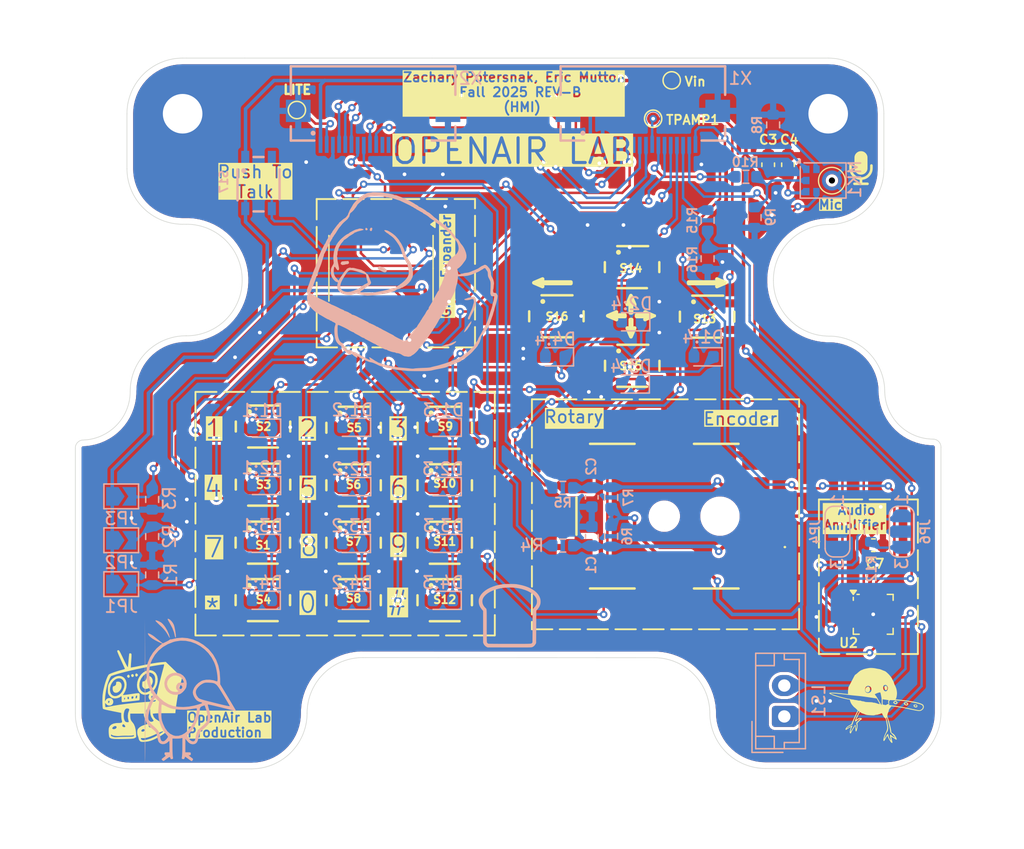
<source format=kicad_pcb>
(kicad_pcb
	(version 20241229)
	(generator "pcbnew")
	(generator_version "9.0")
	(general
		(thickness 1.6)
		(legacy_teardrops no)
	)
	(paper "A4")
	(layers
		(0 "F.Cu" signal)
		(2 "B.Cu" signal)
		(9 "F.Adhes" user "F.Adhesive")
		(11 "B.Adhes" user "B.Adhesive")
		(13 "F.Paste" user)
		(15 "B.Paste" user)
		(5 "F.SilkS" user "F.Silkscreen")
		(7 "B.SilkS" user "B.Silkscreen")
		(1 "F.Mask" user)
		(3 "B.Mask" user)
		(17 "Dwgs.User" user "User.Drawings")
		(19 "Cmts.User" user "User.Comments")
		(21 "Eco1.User" user "User.Eco1")
		(23 "Eco2.User" user "User.Eco2")
		(25 "Edge.Cuts" user)
		(27 "Margin" user)
		(31 "F.CrtYd" user "F.Courtyard")
		(29 "B.CrtYd" user "B.Courtyard")
		(35 "F.Fab" user)
		(33 "B.Fab" user)
		(39 "User.1" user)
		(41 "User.2" user)
		(43 "User.3" user)
		(45 "User.4" user)
	)
	(setup
		(stackup
			(layer "F.SilkS"
				(type "Top Silk Screen")
			)
			(layer "F.Paste"
				(type "Top Solder Paste")
			)
			(layer "F.Mask"
				(type "Top Solder Mask")
				(color "Black")
				(thickness 0.01)
			)
			(layer "F.Cu"
				(type "copper")
				(thickness 0.035)
			)
			(layer "dielectric 1"
				(type "core")
				(thickness 1.51)
				(material "FR4")
				(epsilon_r 4.5)
				(loss_tangent 0.02)
			)
			(layer "B.Cu"
				(type "copper")
				(thickness 0.035)
			)
			(layer "B.Mask"
				(type "Bottom Solder Mask")
				(color "Black")
				(thickness 0.01)
			)
			(layer "B.Paste"
				(type "Bottom Solder Paste")
			)
			(layer "B.SilkS"
				(type "Bottom Silk Screen")
			)
			(copper_finish "None")
			(dielectric_constraints no)
		)
		(pad_to_mask_clearance 0)
		(allow_soldermask_bridges_in_footprints no)
		(tenting front back)
		(pcbplotparams
			(layerselection 0x00000000_00000000_55555555_5755f5ff)
			(plot_on_all_layers_selection 0x00000000_00000000_00000000_00000000)
			(disableapertmacros no)
			(usegerberextensions no)
			(usegerberattributes yes)
			(usegerberadvancedattributes yes)
			(creategerberjobfile yes)
			(dashed_line_dash_ratio 12.000000)
			(dashed_line_gap_ratio 3.000000)
			(svgprecision 4)
			(plotframeref no)
			(mode 1)
			(useauxorigin no)
			(hpglpennumber 1)
			(hpglpenspeed 20)
			(hpglpendiameter 15.000000)
			(pdf_front_fp_property_popups yes)
			(pdf_back_fp_property_popups yes)
			(pdf_metadata yes)
			(pdf_single_document no)
			(dxfpolygonmode yes)
			(dxfimperialunits yes)
			(dxfusepcbnewfont yes)
			(psnegative no)
			(psa4output no)
			(plot_black_and_white yes)
			(sketchpadsonfab no)
			(plotpadnumbers no)
			(hidednponfab no)
			(sketchdnponfab yes)
			(crossoutdnponfab yes)
			(subtractmaskfromsilk no)
			(outputformat 1)
			(mirror no)
			(drillshape 1)
			(scaleselection 1)
			(outputdirectory "")
		)
	)
	(net 0 "")
	(net 1 "GND")
	(net 2 "Net-(C1-Pad1)")
	(net 3 "Net-(C2-Pad1)")
	(net 4 "Net-(D1:1-A)")
	(net 5 "Net-(D1:2-A)")
	(net 6 "Net-(D1:3-A)")
	(net 7 "Net-(D1:4-A)")
	(net 8 "Net-(D2:1-A)")
	(net 9 "Net-(D2:2-A)")
	(net 10 "Net-(D2:3-A)")
	(net 11 "Net-(D2:4-A)")
	(net 12 "Net-(D3:1-A)")
	(net 13 "Net-(D3:2-A)")
	(net 14 "Net-(D3:3-A)")
	(net 15 "Net-(D3:4-A)")
	(net 16 "Net-(D4:1-A)")
	(net 17 "Net-(D4:2-A)")
	(net 18 "Net-(D4:3-A)")
	(net 19 "Net-(D4:4-A)")
	(net 20 "unconnected-(IC1-P3-Pad7)")
	(net 21 "unconnected-(IC1-P4-Pad8)")
	(net 22 "/SDA")
	(net 23 "/SCL")
	(net 24 "/TFTDC")
	(net 25 "/TFTRST")
	(net 26 "+3.3V")
	(net 27 "/TFTCS")
	(net 28 "/CARDCS")
	(net 29 "/MISO")
	(net 30 "/SCK")
	(net 31 "/LITE")
	(net 32 "/MOSI")
	(net 33 "/Human-Machine Interface/Keypad/COL1")
	(net 34 "/Human-Machine Interface/Keypad/COL2")
	(net 35 "/Human-Machine Interface/Keypad/COL3")
	(net 36 "/Human-Machine Interface/Keypad/COL4")
	(net 37 "/Human-Machine Interface/Keypad/ROW3")
	(net 38 "/Human-Machine Interface/TFTRST")
	(net 39 "/Human-Machine Interface/ENC_SW")
	(net 40 "/Human-Machine Interface/ENC_CLK")
	(net 41 "/Human-Machine Interface/Keypad/ROW2")
	(net 42 "/Human-Machine Interface/Keypad/ROW1")
	(net 43 "/Human-Machine Interface/Keypad/ROW4")
	(net 44 "/Human-Machine Interface/ENC_DT")
	(net 45 "/Human-Machine Interface/LITE")
	(net 46 "unconnected-(X2-Pad15)")
	(net 47 "unconnected-(X2-Pad14)")
	(net 48 "unconnected-(X2-Pad16)")
	(net 49 "unconnected-(X2-Pad12)")
	(net 50 "unconnected-(X2-Pad11)")
	(net 51 "unconnected-(X2-Pad17)")
	(net 52 "unconnected-(X2-Pad13)")
	(net 53 "unconnected-(X2-Pad18)")
	(net 54 "/Human-Machine Interface/PCF_A2")
	(net 55 "/Human-Machine Interface/PCF_A0")
	(net 56 "/Human-Machine Interface/PCF_A1")
	(net 57 "unconnected-(IC1-P1-Pad5)")
	(net 58 "Net-(JP4-C)")
	(net 59 "/Human-Machine Interface/Audio/~{SD_MODE}")
	(net 60 "/Human-Machine Interface/Audio/GAIN_SLOT")
	(net 61 "Net-(JP6-B)")
	(net 62 "Net-(U2-OUTN)")
	(net 63 "Net-(U2-OUTP)")
	(net 64 "Net-(MK1-LR)")
	(net 65 "Net-(MK1-SD)")
	(net 66 "unconnected-(U2-NC-Pad13)")
	(net 67 "unconnected-(U2-NC-Pad5)")
	(net 68 "unconnected-(U2-NC-Pad12)")
	(net 69 "unconnected-(U2-NC-Pad6)")
	(net 70 "/~{PCF_INT}")
	(net 71 "/Human-Machine Interface/BCLK")
	(net 72 "/Human-Machine Interface/~{PCF_INT}")
	(net 73 "/Human-Machine Interface/LRCLK")
	(net 74 "/Human-Machine Interface/MIC_DOUT")
	(net 75 "/Human-Machine Interface/~{AMP_SD}")
	(net 76 "/Human-Machine Interface/AMP_DIN")
	(net 77 "Net-(IC1-P0)")
	(footprint "capstone-project:434133025816" (layer "F.Cu") (at 77.346515 117.191804))
	(footprint "capstone-project:434133025816" (layer "F.Cu") (at 92.05 117.2))
	(footprint "capstone-project:PEC11J9215FS0015" (layer "F.Cu") (at 109.9 115.05 90))
	(footprint "MountingHole:MountingHole_3.2mm_M3_ISO14580_Pad" (layer "F.Cu") (at 123.150188 82.499792))
	(footprint "Capacitor_SMD:C_0603_1608Metric" (layer "F.Cu") (at 119.9 86.625 90))
	(footprint "capstone-project:434133025816" (layer "F.Cu") (at 113.263525 98.913525))
	(footprint "capstone-project:434133025816" (layer "F.Cu") (at 84.6834 107.9))
	(footprint "capstone-project:434133025816" (layer "F.Cu") (at 101.078012 98.883471))
	(footprint "TestPoint:TestPoint_Pad_D1.0mm" (layer "F.Cu") (at 110.5 79.8))
	(footprint "capstone-project:434133025816" (layer "F.Cu") (at 77.3625 107.8))
	(footprint "LOGO" (layer "F.Cu") (at 67.159616 130.688892))
	(footprint "LOGO" (layer "F.Cu") (at 127 129.9))
	(footprint "capstone-project:434133025816" (layer "F.Cu") (at 92.05 112.55))
	(footprint "Package_DFN_QFN:TQFN-16-1EP_3x3mm_P0.5mm_EP1.23x1.23mm" (layer "F.Cu") (at 126.79 122.99))
	(footprint "Capacitor_SMD:C_0603_1608Metric" (layer "F.Cu") (at 126.8 117.4))
	(footprint "TestPoint:TestPoint_Pad_D1.0mm" (layer "F.Cu") (at 109 82.9))
	(footprint "LOGO" (layer "F.Cu") (at 125.8 86.9))
	(footprint "capstone-project:434133025816" (layer "F.Cu") (at 107.209703 102.886475))
	(footprint "capstone-project:434133025816" (layer "F.Cu") (at 92.05 121.85))
	(footprint "capstone-project:434133025816" (layer "F.Cu") (at 77.3625 112.5))
	(footprint "capstone-project:434133025816" (layer "F.Cu") (at 77.346515 121.841804))
	(footprint "capstone-project:434133025816" (layer "F.Cu") (at 92.05 107.9))
	(footprint "Package_SO:SSOP-24_5.3x8.2mm_P0.65mm"
		(layer "F.Cu")
		(uuid "bf5104ba-2220-4d08-895d-7f05171f725e")
		(at 87 95 -90)
		(descr "SSOP, 24 Pin (JEDEC MO-150 variation AG, 1.75mm body thickness, https://www.jedec.org/document_search?search_api_views_fulltext=MO-150, https://ww1.microchip.com/downloads/en/PackagingSpec/00000049BQ.pdf#page=398, https://www.analog.com/media/en/package-pcb-resources/package/pkg_pdf/ltc-legacy-ssop/ssop_24_05-08-1640.pdf), generated with kicad-footprint-generator ipc_gullwing_generator.py")
		(tags "SSOP SO")
		(property "Reference" "IC1"
			(at 0 -5.05 90)
			(layer "F.SilkS")
			(hide yes)
			(uuid "288e5dfb-3d14-4ed4-86be-a2806373eb59")
			(effects
				(font
					(size 1 1)
					(thickness 0.15)
				)
			)
		)
		(property "Value" "PCF8575PWR"
			(at 0 5.05 90)
			(layer "F.Fab")
			(uuid "a16c793d-3825-445c-9bc8-74cde8942345")
			(effects
				(font
					(size 1 1)
					(thickness 0.15)
				)
			)
		)
		(property "Datasheet" "https://www.ti.com/lit/ds/symlink/pcf8575.pdf"
			(at 0 0 90)
			(layer "F.Fab")
			(hide yes)
			(uuid "4d06c1c2-ebc7-47ca-8e2b-f9942e8e10d4")
			(effects
				(font
					(size 1.27 1.27)
					(thickness 0.15)
				)
			)
		)
		(property "Description" "16 Bits Port/Expander to I2C Bus, SSOP-24"
			(at 0 0 90)
			(layer "F.Fab")
			(hide yes)
			(uuid "f84ea903-bf14-43d2-84b1-93924d17e603")
			(effects
				(font
					(size 1.27 1.27)
					(thickness 0.15)
				)
			)
		)
		(property "Height" "1.2"
			(at 0 0 270)
			(unlocked yes)
			(layer "F.Fab")
			(hide yes)
			(uuid "1f722d43-a670-47c0-b3cf-1cf655509178")
			(effects
				(font
					(size 1 1)
					(thickness 0.15)
				)
			)
		)
		(property "Manufacturer_Name" "Texas Instruments"
			(at 0 0 270)
			(unlocked yes)
			(layer "F.Fab")
			(hide yes)
			(uuid "70d72de7-5571-43c2-9f54-f6a482c814dc")
			(effects
				(font
					(size 1 1)
					(thickness 0.15)
				)
			)
		)
		(property "Manufacturer_Part_Number" "PCF8575PWR"
			(at 0 0 270)
			(unlocked yes)
			(layer "F.Fab")
			(hide yes)
			(uuid "b153d1c1-f440-4811-9a3a-87dba84d5ab2")
			(effects
				(font
					(size 1 1)
					(thickness 0.15)
				)
			)
		)
		(property "Mouser Part Number" "595-PCF8575PWR"
			(at 0 0 270)
			(unlocked yes)
			(layer "F.Fab")
			(hide yes)
			(uuid "b2d1208d-29e7-4a0e-a730-1fa7624b931c")
			(effects
				(font
					(size 1 1)
					(thickness 0.15)
				)
			)
		)
		(property "Mouser Price/Stock" "https://www.mouser.co.uk/ProductDetail/Texas-Instruments/PCF8575PWR?qs=wgAEGBTxy7lfNLEoaenBaA%3D%3D"
			(at 0 0 270)
			(unlocked yes)
			(layer "F.Fab")
			(hide yes)
			(uuid "6b81fe07-1e74-491c-87f9-17cc9f0eb868")
			(effects
				(font
					(size 1 1)
					(thickness 0.15)
				)
			)
		)
		(property "Arrow Part Number" "PCF8575PWR"
			(at 0 0 270)
			(unlocked yes)
			(layer "F.Fab")
			(hide yes)
			(uuid "9158a1c0-6437-45ab-a618-8f66c7e36deb")
			(effects
				(font
					(size 1 1)
					(thickness 0.15)
				)
			)
		)
		(property "Arrow Price/Stock" "https://www.arrow.com/en/products/pcf8575pwr/texas-instruments?region=nac"
			(at 0 0 270)
			(unlocked yes)
			(layer "F.Fab")
			(hide yes)
			(uuid "977eb3ca-4c37-4045-80eb-1e34c3159621")
			(effects
				(font
					(size 1 1)
					(thickness 0.15)
				)
			)
		)
		(property ki_fp_filters "SSOP*5.3x8.2mm*P0.65mm*")
		(path "/d9d768fa-8e33-4924-a20f-eaf2cfd5ecde/f02ad81b-32b6-4300-9131-eb92b1c5f2f7")
		(sheetname "/Human-Machine Interface/")
		(sheetfile "human-machine-interface.kicad_sch")
		(attr smd)
		(fp_line
			(start 0 4.21)
			(end -2.65 4.21)
			(stroke
				(width 0.12)
				(type solid)
			)
			(layer "F.SilkS")
			(uuid "a29f2115-f125-43fd-88f7-d3ffc7e80a42")
		)
		(fp_line
			(start 0 4.21)
			(end 2.65 4.21)
			(stroke
				(width 0.12)
				(type solid)
			)
			(layer "F.SilkS")
			(uuid "42d8534b-18c4-4a3d-a9b3-19967bdf78e9")
		)
		(fp_line
			(start 0 -4.21)
			(end -2.65 -4.21)
			(stroke
				(width 0.12)
				(type solid)
			)
			(layer "F.SilkS")
			(uuid "6e8b7242-b5b9-456f-acaf-f2e898ac6e2d")
		)
		(fp_line
			(start 0 -4.21)
			(end 2.65 -4.21)
			(stroke
				(width 0.12)
				(type solid)
			)
			(layer "F.SilkS")
			(uuid "de1aab92-d513-47a4-9697-ee3be41b373b")
		)
		(fp_poly
			(pts
				(xy -3.55 -4.035) (xy -3.79 -4.365) (xy -3.31 -4.365)
			)
			(stroke
				(width 0.12)
				(type solid)
			)
			(fill yes)
			(layer "F.SilkS")
			(uuid "38741dc4-42c2-4c32-8ecd-a4d92e6f40ae")
		)
		(fp_line
			(start -2.9 4.35)
			(end -2.9 4.03)
			(stroke
				(width 0.05)
				(type solid)
			)
			(layer "F.CrtYd")
			(uuid "e71d3d5e-691b-4f23-83d7-e04f6cb830e6")
		)
		(fp_line
			(start 2.9 4.35)
			(end -2.9 4.35)
			(stroke
				(width 0.05)
				(type solid)
			)
			(layer "F.CrtYd")
			(uuid "30e2ec1d-10a6-4e89-87de-63cd817e1ee6")
		)
		(fp_line
			(start -4.7 4.03)
			(end -4.7 -4.03)
			(stroke
				(width 0.05)
				(type solid)
			)
			(layer "F.CrtYd")
			(uuid "64e56d37-cda2-4ea1-8f1f-00787d459c3f")
		)
		(fp_line
			(start -2.9 4.03)
			(end -4.7 4.03)
			(stroke
				(width 0.05)
				(type solid)
			)
			(layer "F.CrtYd")
			(uuid "20541f97-18c1-4a9c-b621-57accd8808b2")
		)
		(fp_line
			(start 2.9 4.03)
			(end 2.9 4.35)
			(stroke
				(width 0.05)
				(type solid)
			)
			(layer "F.CrtYd")
			(uuid "668c3c1c-798a-40a5-b2eb-8a8a8a329d6e")
		)
		(fp_line
			(start 4.7 4.03)
			(end 2.9 4.03)
			(stroke
				(width 0.05)
				(type solid)
			)
			(layer "F.CrtYd")
			(uuid "855e49f2-4d5a-4b32-90c6-532a57228d6f")
		)
		(fp_line
			(start -4.7 -4.03)
			(end -2.9 -4.03)
			(stroke
				(width 0.05)
				(type solid)
			)
			(layer "F.CrtYd")
			(uuid "0535aebf-fee1-42aa-ac65-bcb78ecf5501")
		)
		(fp_line
			(start -2.9 -4.03)
			(end -2.9 -4.35)
			(stroke
				(width 0.05)
				(type solid)
			)
			(layer "F.CrtYd")
			(uuid "51545983-838c-43b2-a82e-e252149aa17e")
		)
		(fp_line
			(start 2.9 -4.03)
			(end 4.7 -4.03)
			(stroke
				(width 0.05)
				(type solid)
			)
			(layer "F.CrtYd")
			(uuid "bdbaf134-a998-4a4a-9562-b0666d448898")
		)
		(fp_line
			(start 4.7 -4.03)
			(end 4.7 4.03)
			(stroke
				(width 0.05)
				(type solid)
			)
			(layer "F.CrtYd")
			(uuid "5f04a530-200c-4fcc-8b17-270c0758c339")
		)
		(fp_line
			(start -2.9 -4.35)
			(end 2.9 -4.35)
			(stroke
				(width 0.05)
				(type solid)
			)
			(layer "F.CrtYd")
			(uuid "b21b0d45-8e46-4c4e-9f69-f5aadc06b856")
		)
		(fp_line
			(start 2.9 -4.35)
			(end 2.9 -4.03)
			(stroke
				(width 0.05)
				(type solid)
			)
			(layer "F.CrtYd")
			(uuid "3d5faa9c-4f24-4a34-8ec2-9e60d208d593")
		)
		(fp_poly
			(pts
				(xy -2.65 -3.1) (xy -2.65 4.1) (xy 2.65 4.1) (xy 2.65 -4.1) (xy -1.65 -4.1)
			)
			(stroke
				(width 0.1)
				(type solid)
			)
			(fill no)
			(layer "F.Fab")
			(uuid "f805c976-1bd4-46e3-95a4-a01f840e99e0")
		)
		(pad "1" smd roundrect
			(at -3.5 -3.575 270)
			(size 1.9 0.4)
			(layers "F.Cu" "F.Mask" "F.Paste")
			(roundrect_rratio 0.25)
			(net 72 "/Human-Machine Interface/~{PCF_INT}")
			(pinfunction "~{INT}")
			(pintype "open_collector")
			(teardrops
				(best_length_ratio 0.5)
				(max_length 1)
				(best_width_ratio 1)
				(max_width 2)
				(curved_edges no)
				(filter_ratio 0.9)
				(enabled yes)
				(allow_two_segments yes)
				(prefer_zone_connections yes)
			)
			(uuid "350bd202-745f-4ba7-a2e7-69d84fafb0bb")
		)
		(pad "2" smd roundrect
			(at -3.5 -2.925 270)
			(size 1.9 0.4)
			(layers "F.Cu" "F.Mask" "F.Paste")
			(roundrect_rratio 0.25)
			(net 56 "/Human-Machine Interface/PCF_A1")
			(pinfunction "A1")
			(pintype "input")
			(teardrops
				(best_length_ratio 0.5)
				(max_length 1)
				(best_width_ratio 1)
				(max_width 2)
				(curved_edges no)
				(filter_ratio 0.9)
				(enabled yes)
				(allow_two_segments yes)
				(prefer_zone_connections yes)
			)
			(uuid "4b9f446f-663e-4563-85c2-a7a31c108a71")
		)
		(pad "3" smd roundrect
			(at -3.5 -2.275 270)
			(size 1.9 0.4)
			(layers "F.Cu" "F.Mask" "F.Paste")
			(roundrect_rratio 0.25)
			(net 54 "/Human-Machine Interface/PCF_A2")
			(pinfunction "A2")
			(pintype "input")
			(teardrops
				(best_length_ratio 0.5)
				(max_length 1)
				(best_width_ratio 1)
				(max_width 2)
				(curved_edges no)
				(filter_ratio 0.9)
				(enabled yes)
				(allow_two_segments yes)
				(prefer_zone_connections yes)
			)
			(uuid "e6389781-5bea-4b68-bac8-f2853a83a1cb")
		)
		(pad "4" smd roundrect
			(at -3.5 -1.625 270)
			(size 1.9 0.4)
			(layers "F.Cu" "F.Mask" "F.Paste")
			(roundrect_rratio 0.25)
			(net 77 "Net-(IC1-P0)")
			(pinfunction "P0")
			(pintype "bidirectional")
			(teardrops
				(best_length_ratio 0.5)
				(max_length 1)
				(best_width_ratio 1)
				(max_width 2)
				(curved_edges no)
				(filter_ratio 0.9)
				(enabled yes)
				(allow_two_segments yes)
				(prefer_zone_connections yes)
			)
			(uuid "cd55f1ab-3dff-40e1-8717-7940598c60bd")
		)
		(pad "5" smd roundrect
			(at -3.5 -0.975 270)
			(size 1.9 0.4)
			(layers "F.Cu" "F.Mask" "F.Paste")
			(roundrect_rratio 0.25)
			(net 57 "unconnected-(IC1-P1-Pad5)")
			(pinfunction "P1")
			(pintype "bidirectional+no_connect")
			(teardrops
				(best_length_ratio 0.5)
				(max_length 1)
				(best_width_ratio 1)
				(max_width 2)
				(curved_edges no)
				(filter_ratio 0.9)
				(enabled yes)
				(allow_two_segments yes)
				(prefer_zone_connections yes)
			)
			(uuid "22f97677-2530-4106-9f3e-d526de51be8b")
		)
		(pad "6" smd roundrect
			(at -3.5 -0.325 270)
			(size 1.9 0.4)
			(layers "F.Cu" "F.Mask" "F.Paste")
			(roundrect_rratio 0.25)
			(net 38 "/Human-Machine Interface/TFTRST")
			(pinfunction "P2")
			(pintype "bidirectional")
			(teardrops
				(best_length_ratio 0.5)
				(max_length 1)
				(best_width_ratio 1)
				(max_width 2)
				(curved_edges no)
				(filter_ratio 0.9)
				(enabled yes)
				(allow_two_segments yes)
				(prefer_zone_connections yes)
			)
			(uuid "2669c556-5f35-4e37-b17f-3a86799a5601")
		)
		(pad "7" smd roundrect
			(at -3.5 0.325 270)
			(size 1.9 0.4)
			(layers "F.Cu" "F.Mask" "F.Paste")
			(roundrect_rratio 0.25)
			(net 20 "unconnected-(IC1-P3-Pad7)")
			(pinfunction "P3")
			(pintype "bidirectional")
			(teardrops
				(best_length_ratio 0.5)
				(max_length 1)
				(best_width_ratio 1)
				(max_width 2)
				(curved_edges no)
				(filter_ratio 0.9)
				(enabled yes)
				(allow_two_segments yes)
				(prefer_zone_connections yes)
			)
			(uuid "59c8d256-db55-4af3-9730-cf9eacdabd52")
		)
		(pad "8" smd roundrect
			(at -3.5 0.975 270)
			(size 1.9 0.4)
			(layers "F.Cu" "F.Mask" "F.Paste")
			(roundrect_rratio 0.25)
			(net 21 "unconnected-(IC1-P4-Pad8)")
			(pinfunction "P4")
			(pintype "bidirectional")
			(teardrops
				(best_length_ratio 0.5)
				(max_length 1)
				(best_width_ratio 1)
				(max_width 2)
				(curved_edges no)
				(filter_ratio 0.9)
				(enabled yes)
				(allow_two_segments yes)
				(prefer_zone_connections yes)
			)
			(uuid "0be6900c-7053-48b1-b33b-57a605a4eec1")
		)
		(pad "9" smd roundrect
			(at -3.5 1.625 270)
			(size 1.9 0.4)
			(layers "F.Cu" "F.Mask" "F.Paste")
			(roundrect_rratio 0.25)
			(net 39 "/Human-Machine Interface/ENC_SW")
			(pinfunction "P5")
			(pintype "bidirectional")
			(teardrops
				(best_length_ratio 0.5)
				(max_length 1)
				(best_width_ratio 1)
				(max_width 2)
				(curved_edges no)
				(filter_ratio 0.9)
				(enabled yes)
				(allow_two_segments yes)
				(prefer_zone_connections yes)
			)
			(uuid "03f20920-f10b-4ade-a349-7cb6781e41e4")
		)
		(pad "10" smd roundrect
			(at -3.5 2.275 270)
			(size 1.9 0.4)
			(layers "F.Cu" "F.Mask" "F.Paste")
			(roundrect_rratio 0.25)
			(net 44 "/Human-Machine Interface/ENC_DT")
			(pinfunction "P6")
			(pintype "bidirectional")
			(teardrops
				(best_length_ratio 0.5)
				(max_length 1)
				(best_width_ratio 1)
				(max_width 2)
				(curved_edges no)
				(filter_ratio 0.9)
				(enabled yes)
				(allow_two_segments yes)
				(prefer_zone_connections yes)
			)
			(uuid "0072cc6e-86e0-4e5d-8656-56beb185d262")
		)
		(pad "11" smd roundrect
			(at -3.5 2.925 270)
			(size 1.9 0.4)
			(layers "F.Cu" "F.Mask" "F.Paste")
			(roundrect_rratio 0.25)
			(net 40 "/Human-Machine Interface/ENC_CLK")
			(pinfunction "P7")
			(pintype "bidirectional")
			(teardrops
				(best_length_ratio 0.5)
				(max_length 1)
				(best_width_ratio 1)
				(max_width 2)
				(curved_edges no)
				(filter_ratio 0.9)
				(enabled yes)
				(allow_two_segments yes)
				(prefer_zone_connections yes)
			)
			(uuid "fd72ba88-573f-435f-9441-f1d0581c019e")
		)
		(pad "12" smd roundrect
			(at -3.5 3.575 270)
			(size 1.9 0.4)
			(layers "F.Cu" "F.Mask" "F.Paste")
			(roundrect_rratio 0.25)
			(net 1 "GND")
			(pinfunction "GND")
			(pintype "power_in")
			(teardrops
				(best_length_ratio 0.5)
				(max_length 1)
				(best_width_ratio 1)
				(max_width 2)
				(curved_edges no)
				(filter_ratio 0.9)
				(enabled yes)
				(allow_two_segments yes)
				(prefer_zone_connections yes)
			)
			(uuid "ddb72b2b-62df-4383-9d03-76928a66af2c")
		)
		(pad "13" smd roundrect
			(at 3.5 3.575 270)
			(size 1.9 0.4)
			(layers "F.Cu" "F.Mask" "F.Paste")
			(roundrect_rratio 0.25)
			(net 42 "/Human-Machine Interface/Keypad/ROW1")
			(pinfunction "P10")
			(pintype "bidirectional")
			(teardrops
				(best_length_ratio 0.5)
				(max_length 1)
				(best_width_ratio 1)
				(max_width 2)
				(curved_edges no)
				(filter_ratio 0.9)
				(enabled yes)
				(allow_two_segments yes)
				(prefer_zone_connections yes)
			)
			(uuid "d6730392-de2a-4a06-ad55-3186875e5eb4")
		)
		(pad "14" smd roundrect
			(at 3.5 2.925 270)
			(size 1.9 0.4)
			(layers "F.Cu" "F.Mask" "F.Paste")
			(roundrect_rratio 0.25)
			(net 41 "/Human-Machine Interface/Keypad/ROW2")
			(pinfunction "P11")
			(pintype "bidirectional")
			(teardrops
				(best_length_ratio 0.5)
				(max_length 1)
				(best_width_ratio 1)
				(max_width 2)
				(curved_edges no)
				(filter_ratio 0.9)
				(enabled yes)
				(allow_two_segments yes)
				(prefer_zone_connections yes)
			)
			(uuid "324d0084-3205-48a6-9e06-8da77290f64c")
		)
		(pad "15" smd roundrect
			(at 3.5 2.275 270)
			(size 1.9 0.4)
			(layers "F.Cu" "F.Mask" "F.Paste")
			(roundrect_rratio 0.25)
			(net 37 "/Human-Machine Interface/Keypad/ROW3")
			(pinfunction "P12")
			(pintype "bidirectional")
			(teardrops
				(best_length_ratio 0.5)
				(max_length 1)
				(best_width_ratio 1)
				(max_width 2)
				(curved_edges no)
				(filter_ratio 0.9)
				(enabled yes)
				(allow_two_segments yes)
				(prefer_zone_connections yes)
			)
			(uuid "92289250-9d6f-4587-a8a2-f2819c646075")
		)
		(pad "16" smd roundrect
			(at 3.5 1.625 270)
			(size 1.9 0.4)
			(layers "F.Cu" "F.Mask" "F.Paste")
			(roundrect_rratio 0.25)
			(net 43 "/Human-Machine Interface/Keypad/ROW4")
			(pinfunction "P13")
			(pintype "bidirectional")
			(teardrops
				(best_length_ratio 0.5)
				(max_length 1)
				(best_width_ratio 1)
				(max_width 2)
				(curved_edges no)
				(filter_ratio 0.9)
				(enabled yes)
				(allow_two_segments yes)
				(prefer_zone_connections yes)
	
... [1344041 chars truncated]
</source>
